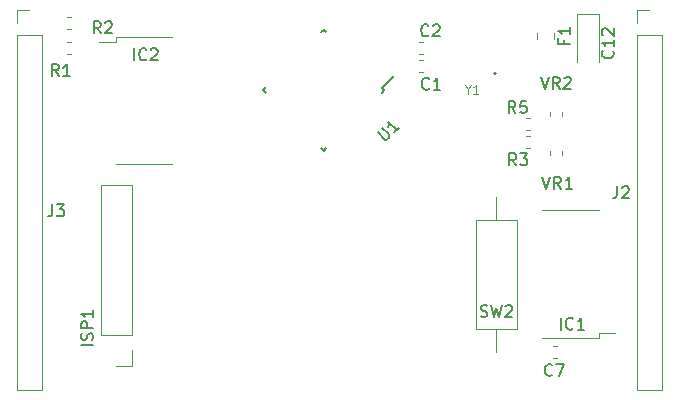
<source format=gbr>
G04 #@! TF.GenerationSoftware,KiCad,Pcbnew,(5.1.6)-1*
G04 #@! TF.CreationDate,2020-11-05T08:21:22+01:00*
G04 #@! TF.ProjectId,repl board,7265706c-2062-46f6-9172-642e6b696361,1.05*
G04 #@! TF.SameCoordinates,PX9bbc2a0PY6b31680*
G04 #@! TF.FileFunction,Legend,Top*
G04 #@! TF.FilePolarity,Positive*
%FSLAX46Y46*%
G04 Gerber Fmt 4.6, Leading zero omitted, Abs format (unit mm)*
G04 Created by KiCad (PCBNEW (5.1.6)-1) date 2020-11-05 08:21:22*
%MOMM*%
%LPD*%
G01*
G04 APERTURE LIST*
%ADD10C,0.127000*%
%ADD11C,0.120000*%
%ADD12C,0.150000*%
G04 APERTURE END LIST*
D10*
X40974022Y26822000D02*
G75*
G03*
X40974022Y26822000I-86022J0D01*
G01*
D11*
X34521733Y26927000D02*
X34864267Y26927000D01*
X34521733Y27947000D02*
X34864267Y27947000D01*
X41043000Y16364000D02*
X41043000Y14404000D01*
X41043000Y3204000D02*
X41043000Y5164000D01*
X39323000Y14404000D02*
X39323000Y5164000D01*
X42763000Y14404000D02*
X39323000Y14404000D01*
X42763000Y5164000D02*
X42763000Y14404000D01*
X39323000Y5164000D02*
X42763000Y5164000D01*
D12*
X31386842Y25564099D02*
X32394469Y26571726D01*
X26419417Y20278476D02*
X26649227Y20508286D01*
X21292893Y25405000D02*
X21522703Y25634810D01*
X26419417Y30531524D02*
X26189607Y30301714D01*
X31545941Y25405000D02*
X31316131Y25175190D01*
X26419417Y30531524D02*
X26649227Y30301714D01*
X21292893Y25405000D02*
X21522703Y25175190D01*
X26419417Y20278476D02*
X26189607Y20508286D01*
X31545941Y25405000D02*
X31386842Y25564099D01*
D11*
X43538733Y22001000D02*
X43881267Y22001000D01*
X43538733Y23021000D02*
X43881267Y23021000D01*
X10191200Y2053200D02*
X8861200Y2053200D01*
X10191200Y3383200D02*
X10191200Y2053200D01*
X10191200Y4653200D02*
X7531200Y4653200D01*
X7531200Y4653200D02*
X7531200Y17413200D01*
X10191200Y4653200D02*
X10191200Y17413200D01*
X10191200Y17413200D02*
X7531200Y17413200D01*
X34521733Y28430000D02*
X34864267Y28430000D01*
X34521733Y29450000D02*
X34864267Y29450000D01*
X45585000Y23592267D02*
X45585000Y23249733D01*
X46605000Y23592267D02*
X46605000Y23249733D01*
X46605000Y19949733D02*
X46605000Y20292267D01*
X45585000Y19949733D02*
X45585000Y20292267D01*
X43876267Y21551000D02*
X43533733Y21551000D01*
X43876267Y20531000D02*
X43533733Y20531000D01*
X47835000Y31865000D02*
X47835000Y27780000D01*
X49705000Y31865000D02*
X47835000Y31865000D01*
X49705000Y27780000D02*
X49705000Y31865000D01*
X49700000Y15225000D02*
X44900000Y15225000D01*
X49700000Y4425000D02*
X44900000Y4425000D01*
X49700000Y4825000D02*
X51100000Y4825000D01*
X49700000Y4425000D02*
X49700000Y4825000D01*
X8798000Y19116000D02*
X13598000Y19116000D01*
X8798000Y29916000D02*
X13598000Y29916000D01*
X8798000Y29516000D02*
X7398000Y29516000D01*
X8798000Y29916000D02*
X8798000Y29516000D01*
X440000Y32160000D02*
X1500000Y32160000D01*
X440000Y31100000D02*
X440000Y32160000D01*
X440000Y30100000D02*
X2560000Y30100000D01*
X2560000Y30100000D02*
X2560000Y40000D01*
X440000Y30100000D02*
X440000Y40000D01*
X440000Y40000D02*
X2560000Y40000D01*
X52940000Y32160000D02*
X54000000Y32160000D01*
X52940000Y31100000D02*
X52940000Y32160000D01*
X52940000Y30100000D02*
X55060000Y30100000D01*
X55060000Y30100000D02*
X55060000Y40000D01*
X52940000Y30100000D02*
X52940000Y40000D01*
X52940000Y40000D02*
X55060000Y40000D01*
X4676733Y30610000D02*
X5019267Y30610000D01*
X4676733Y31630000D02*
X5019267Y31630000D01*
X5019267Y29471000D02*
X4676733Y29471000D01*
X5019267Y28451000D02*
X4676733Y28451000D01*
X44480000Y30271252D02*
X44480000Y29748748D01*
X45900000Y30271252D02*
X45900000Y29748748D01*
X45853733Y2715000D02*
X46196267Y2715000D01*
X45853733Y3735000D02*
X46196267Y3735000D01*
X38630857Y25469858D02*
X38630857Y25112715D01*
X38380857Y25862715D02*
X38630857Y25469858D01*
X38880857Y25862715D01*
X39523714Y25112715D02*
X39095142Y25112715D01*
X39309428Y25112715D02*
X39309428Y25862715D01*
X39238000Y25755572D01*
X39166571Y25684143D01*
X39095142Y25648429D01*
D12*
X35351833Y25555858D02*
X35304214Y25508239D01*
X35161357Y25460620D01*
X35066119Y25460620D01*
X34923261Y25508239D01*
X34828023Y25603477D01*
X34780404Y25698715D01*
X34732785Y25889191D01*
X34732785Y26032048D01*
X34780404Y26222524D01*
X34828023Y26317762D01*
X34923261Y26413000D01*
X35066119Y26460620D01*
X35161357Y26460620D01*
X35304214Y26413000D01*
X35351833Y26365381D01*
X36304214Y25460620D02*
X35732785Y25460620D01*
X36018500Y25460620D02*
X36018500Y26460620D01*
X35923261Y26317762D01*
X35828023Y26222524D01*
X35732785Y26174905D01*
X39709666Y6267739D02*
X39852523Y6220120D01*
X40090619Y6220120D01*
X40185857Y6267739D01*
X40233476Y6315358D01*
X40281095Y6410596D01*
X40281095Y6505834D01*
X40233476Y6601072D01*
X40185857Y6648691D01*
X40090619Y6696310D01*
X39900142Y6743929D01*
X39804904Y6791548D01*
X39757285Y6839167D01*
X39709666Y6934405D01*
X39709666Y7029643D01*
X39757285Y7124881D01*
X39804904Y7172500D01*
X39900142Y7220120D01*
X40138238Y7220120D01*
X40281095Y7172500D01*
X40614428Y7220120D02*
X40852523Y6220120D01*
X41043000Y6934405D01*
X41233476Y6220120D01*
X41471571Y7220120D01*
X41804904Y7124881D02*
X41852523Y7172500D01*
X41947761Y7220120D01*
X42185857Y7220120D01*
X42281095Y7172500D01*
X42328714Y7124881D01*
X42376333Y7029643D01*
X42376333Y6934405D01*
X42328714Y6791548D01*
X41757285Y6220120D01*
X42376333Y6220120D01*
X30973026Y21824478D02*
X31545446Y21252058D01*
X31646461Y21218386D01*
X31713805Y21218386D01*
X31814820Y21252058D01*
X31949507Y21386745D01*
X31983179Y21487760D01*
X31983179Y21555104D01*
X31949507Y21656119D01*
X31377087Y22228539D01*
X32791301Y22228539D02*
X32387240Y21824478D01*
X32589270Y22026508D02*
X31882164Y22733615D01*
X31915835Y22565256D01*
X31915835Y22430569D01*
X31882164Y22329554D01*
X42654333Y23488620D02*
X42321000Y23964810D01*
X42082904Y23488620D02*
X42082904Y24488620D01*
X42463857Y24488620D01*
X42559095Y24441000D01*
X42606714Y24393381D01*
X42654333Y24298143D01*
X42654333Y24155286D01*
X42606714Y24060048D01*
X42559095Y24012429D01*
X42463857Y23964810D01*
X42082904Y23964810D01*
X43559095Y24488620D02*
X43082904Y24488620D01*
X43035285Y24012429D01*
X43082904Y24060048D01*
X43178142Y24107667D01*
X43416238Y24107667D01*
X43511476Y24060048D01*
X43559095Y24012429D01*
X43606714Y23917191D01*
X43606714Y23679096D01*
X43559095Y23583858D01*
X43511476Y23536239D01*
X43416238Y23488620D01*
X43178142Y23488620D01*
X43082904Y23536239D01*
X43035285Y23583858D01*
X6887880Y3823120D02*
X5887880Y3823120D01*
X6840261Y4251691D02*
X6887880Y4394548D01*
X6887880Y4632643D01*
X6840261Y4727881D01*
X6792642Y4775500D01*
X6697404Y4823120D01*
X6602166Y4823120D01*
X6506928Y4775500D01*
X6459309Y4727881D01*
X6411690Y4632643D01*
X6364071Y4442167D01*
X6316452Y4346929D01*
X6268833Y4299310D01*
X6173595Y4251691D01*
X6078357Y4251691D01*
X5983119Y4299310D01*
X5935500Y4346929D01*
X5887880Y4442167D01*
X5887880Y4680262D01*
X5935500Y4823120D01*
X6887880Y5251691D02*
X5887880Y5251691D01*
X5887880Y5632643D01*
X5935500Y5727881D01*
X5983119Y5775500D01*
X6078357Y5823120D01*
X6221214Y5823120D01*
X6316452Y5775500D01*
X6364071Y5727881D01*
X6411690Y5632643D01*
X6411690Y5251691D01*
X6887880Y6775500D02*
X6887880Y6204072D01*
X6887880Y6489786D02*
X5887880Y6489786D01*
X6030738Y6394548D01*
X6125976Y6299310D01*
X6173595Y6204072D01*
X35288333Y30064358D02*
X35240714Y30016739D01*
X35097857Y29969120D01*
X35002619Y29969120D01*
X34859761Y30016739D01*
X34764523Y30111977D01*
X34716904Y30207215D01*
X34669285Y30397691D01*
X34669285Y30540548D01*
X34716904Y30731024D01*
X34764523Y30826262D01*
X34859761Y30921500D01*
X35002619Y30969120D01*
X35097857Y30969120D01*
X35240714Y30921500D01*
X35288333Y30873881D01*
X35669285Y30873881D02*
X35716904Y30921500D01*
X35812142Y30969120D01*
X36050238Y30969120D01*
X36145476Y30921500D01*
X36193095Y30873881D01*
X36240714Y30778643D01*
X36240714Y30683405D01*
X36193095Y30540548D01*
X35621666Y29969120D01*
X36240714Y29969120D01*
X44813476Y26524120D02*
X45146809Y25524120D01*
X45480142Y26524120D01*
X46384904Y25524120D02*
X46051571Y26000310D01*
X45813476Y25524120D02*
X45813476Y26524120D01*
X46194428Y26524120D01*
X46289666Y26476500D01*
X46337285Y26428881D01*
X46384904Y26333643D01*
X46384904Y26190786D01*
X46337285Y26095548D01*
X46289666Y26047929D01*
X46194428Y26000310D01*
X45813476Y26000310D01*
X46765857Y26428881D02*
X46813476Y26476500D01*
X46908714Y26524120D01*
X47146809Y26524120D01*
X47242047Y26476500D01*
X47289666Y26428881D01*
X47337285Y26333643D01*
X47337285Y26238405D01*
X47289666Y26095548D01*
X46718238Y25524120D01*
X47337285Y25524120D01*
X44940476Y18078620D02*
X45273809Y17078620D01*
X45607142Y18078620D01*
X46511904Y17078620D02*
X46178571Y17554810D01*
X45940476Y17078620D02*
X45940476Y18078620D01*
X46321428Y18078620D01*
X46416666Y18031000D01*
X46464285Y17983381D01*
X46511904Y17888143D01*
X46511904Y17745286D01*
X46464285Y17650048D01*
X46416666Y17602429D01*
X46321428Y17554810D01*
X45940476Y17554810D01*
X47464285Y17078620D02*
X46892857Y17078620D01*
X47178571Y17078620D02*
X47178571Y18078620D01*
X47083333Y17935762D01*
X46988095Y17840524D01*
X46892857Y17792905D01*
X42717833Y19047120D02*
X42384500Y19523310D01*
X42146404Y19047120D02*
X42146404Y20047120D01*
X42527357Y20047120D01*
X42622595Y19999500D01*
X42670214Y19951881D01*
X42717833Y19856643D01*
X42717833Y19713786D01*
X42670214Y19618548D01*
X42622595Y19570929D01*
X42527357Y19523310D01*
X42146404Y19523310D01*
X43051166Y20047120D02*
X43670214Y20047120D01*
X43336880Y19666167D01*
X43479738Y19666167D01*
X43574976Y19618548D01*
X43622595Y19570929D01*
X43670214Y19475691D01*
X43670214Y19237596D01*
X43622595Y19142358D01*
X43574976Y19094739D01*
X43479738Y19047120D01*
X43194023Y19047120D01*
X43098785Y19094739D01*
X43051166Y19142358D01*
X50877142Y28737143D02*
X50924761Y28689524D01*
X50972380Y28546667D01*
X50972380Y28451429D01*
X50924761Y28308572D01*
X50829523Y28213334D01*
X50734285Y28165715D01*
X50543809Y28118096D01*
X50400952Y28118096D01*
X50210476Y28165715D01*
X50115238Y28213334D01*
X50020000Y28308572D01*
X49972380Y28451429D01*
X49972380Y28546667D01*
X50020000Y28689524D01*
X50067619Y28737143D01*
X50972380Y29689524D02*
X50972380Y29118096D01*
X50972380Y29403810D02*
X49972380Y29403810D01*
X50115238Y29308572D01*
X50210476Y29213334D01*
X50258095Y29118096D01*
X50067619Y30070477D02*
X50020000Y30118096D01*
X49972380Y30213334D01*
X49972380Y30451429D01*
X50020000Y30546667D01*
X50067619Y30594286D01*
X50162857Y30641905D01*
X50258095Y30641905D01*
X50400952Y30594286D01*
X50972380Y30022858D01*
X50972380Y30641905D01*
X46480309Y5140620D02*
X46480309Y6140620D01*
X47527928Y5235858D02*
X47480309Y5188239D01*
X47337452Y5140620D01*
X47242214Y5140620D01*
X47099357Y5188239D01*
X47004119Y5283477D01*
X46956500Y5378715D01*
X46908880Y5569191D01*
X46908880Y5712048D01*
X46956500Y5902524D01*
X47004119Y5997762D01*
X47099357Y6093000D01*
X47242214Y6140620D01*
X47337452Y6140620D01*
X47480309Y6093000D01*
X47527928Y6045381D01*
X48480309Y5140620D02*
X47908880Y5140620D01*
X48194595Y5140620D02*
X48194595Y6140620D01*
X48099357Y5997762D01*
X48004119Y5902524D01*
X47908880Y5854905D01*
X10348809Y27937120D02*
X10348809Y28937120D01*
X11396428Y28032358D02*
X11348809Y27984739D01*
X11205952Y27937120D01*
X11110714Y27937120D01*
X10967857Y27984739D01*
X10872619Y28079977D01*
X10825000Y28175215D01*
X10777380Y28365691D01*
X10777380Y28508548D01*
X10825000Y28699024D01*
X10872619Y28794262D01*
X10967857Y28889500D01*
X11110714Y28937120D01*
X11205952Y28937120D01*
X11348809Y28889500D01*
X11396428Y28841881D01*
X11777380Y28841881D02*
X11825000Y28889500D01*
X11920238Y28937120D01*
X12158333Y28937120D01*
X12253571Y28889500D01*
X12301190Y28841881D01*
X12348809Y28746643D01*
X12348809Y28651405D01*
X12301190Y28508548D01*
X11729761Y27937120D01*
X12348809Y27937120D01*
X3435166Y15729120D02*
X3435166Y15014834D01*
X3387547Y14871977D01*
X3292309Y14776739D01*
X3149452Y14729120D01*
X3054214Y14729120D01*
X3816119Y15729120D02*
X4435166Y15729120D01*
X4101833Y15348167D01*
X4244690Y15348167D01*
X4339928Y15300548D01*
X4387547Y15252929D01*
X4435166Y15157691D01*
X4435166Y14919596D01*
X4387547Y14824358D01*
X4339928Y14776739D01*
X4244690Y14729120D01*
X3958976Y14729120D01*
X3863738Y14776739D01*
X3816119Y14824358D01*
X51250666Y17253120D02*
X51250666Y16538834D01*
X51203047Y16395977D01*
X51107809Y16300739D01*
X50964952Y16253120D01*
X50869714Y16253120D01*
X51679238Y17157881D02*
X51726857Y17205500D01*
X51822095Y17253120D01*
X52060190Y17253120D01*
X52155428Y17205500D01*
X52203047Y17157881D01*
X52250666Y17062643D01*
X52250666Y16967405D01*
X52203047Y16824548D01*
X51631619Y16253120D01*
X52250666Y16253120D01*
X7538833Y30223120D02*
X7205500Y30699310D01*
X6967404Y30223120D02*
X6967404Y31223120D01*
X7348357Y31223120D01*
X7443595Y31175500D01*
X7491214Y31127881D01*
X7538833Y31032643D01*
X7538833Y30889786D01*
X7491214Y30794548D01*
X7443595Y30746929D01*
X7348357Y30699310D01*
X6967404Y30699310D01*
X7919785Y31127881D02*
X7967404Y31175500D01*
X8062642Y31223120D01*
X8300738Y31223120D01*
X8395976Y31175500D01*
X8443595Y31127881D01*
X8491214Y31032643D01*
X8491214Y30937405D01*
X8443595Y30794548D01*
X7872166Y30223120D01*
X8491214Y30223120D01*
X3982833Y26603620D02*
X3649500Y27079810D01*
X3411404Y26603620D02*
X3411404Y27603620D01*
X3792357Y27603620D01*
X3887595Y27556000D01*
X3935214Y27508381D01*
X3982833Y27413143D01*
X3982833Y27270286D01*
X3935214Y27175048D01*
X3887595Y27127429D01*
X3792357Y27079810D01*
X3411404Y27079810D01*
X4935214Y26603620D02*
X4363785Y26603620D01*
X4649500Y26603620D02*
X4649500Y27603620D01*
X4554261Y27460762D01*
X4459023Y27365524D01*
X4363785Y27317905D01*
X46768571Y29676667D02*
X46768571Y29343334D01*
X47292380Y29343334D02*
X46292380Y29343334D01*
X46292380Y29819524D01*
X47292380Y30724286D02*
X47292380Y30152858D01*
X47292380Y30438572D02*
X46292380Y30438572D01*
X46435238Y30343334D01*
X46530476Y30248096D01*
X46578095Y30152858D01*
X45765833Y1298858D02*
X45718214Y1251239D01*
X45575357Y1203620D01*
X45480119Y1203620D01*
X45337261Y1251239D01*
X45242023Y1346477D01*
X45194404Y1441715D01*
X45146785Y1632191D01*
X45146785Y1775048D01*
X45194404Y1965524D01*
X45242023Y2060762D01*
X45337261Y2156000D01*
X45480119Y2203620D01*
X45575357Y2203620D01*
X45718214Y2156000D01*
X45765833Y2108381D01*
X46099166Y2203620D02*
X46765833Y2203620D01*
X46337261Y1203620D01*
M02*

</source>
